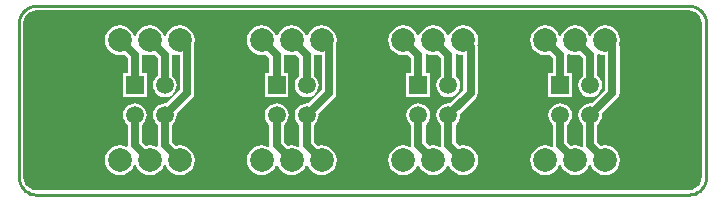
<source format=gtl>
G04*
G04 #@! TF.GenerationSoftware,Altium Limited,Altium Designer,20.1.8 (145)*
G04*
G04 Layer_Physical_Order=1*
G04 Layer_Color=255*
%FSLAX25Y25*%
%MOIN*%
G70*
G04*
G04 #@! TF.SameCoordinates,6776F504-3C08-431A-B1F5-C50581409E40*
G04*
G04*
G04 #@! TF.FilePolarity,Positive*
G04*
G01*
G75*
%ADD11C,0.01000*%
%ADD16C,0.02756*%
%ADD17C,0.07874*%
%ADD18C,0.05906*%
%ADD19R,0.05906X0.05906*%
G36*
X224365Y61330D02*
X225425Y60891D01*
X226335Y60193D01*
X227033Y59283D01*
X227472Y58224D01*
X227615Y57138D01*
X227605Y57087D01*
Y5906D01*
X227615Y5854D01*
X227472Y4769D01*
X227033Y3709D01*
X226335Y2799D01*
X225425Y2101D01*
X224365Y1662D01*
X223280Y1519D01*
X223228Y1529D01*
X5906D01*
X5854Y1519D01*
X4769Y1662D01*
X3709Y2101D01*
X2799Y2799D01*
X2101Y3709D01*
X1662Y4769D01*
X1519Y5854D01*
X1529Y5906D01*
Y57087D01*
X1519Y57138D01*
X1662Y58224D01*
X2101Y59283D01*
X2799Y60193D01*
X3709Y60891D01*
X4769Y61330D01*
X5854Y61473D01*
X5906Y61463D01*
X223228D01*
X223280Y61473D01*
X224365Y61330D01*
D02*
G37*
%LPC*%
G36*
X195433Y56480D02*
X194144Y56310D01*
X192943Y55813D01*
X191912Y55021D01*
X191121Y53990D01*
X190704Y52983D01*
X190162D01*
X189745Y53990D01*
X188954Y55021D01*
X187923Y55813D01*
X186722Y56310D01*
X185433Y56480D01*
X184144Y56310D01*
X182943Y55813D01*
X181912Y55021D01*
X181121Y53990D01*
X180704Y52983D01*
X180162D01*
X179745Y53990D01*
X178954Y55021D01*
X177923Y55813D01*
X176722Y56310D01*
X175433Y56480D01*
X174144Y56310D01*
X172943Y55813D01*
X171912Y55021D01*
X171121Y53990D01*
X170623Y52789D01*
X170453Y51500D01*
X170623Y50211D01*
X171121Y49010D01*
X171912Y47979D01*
X172943Y47188D01*
X174144Y46690D01*
X175433Y46520D01*
X176722Y46690D01*
X176787Y46717D01*
X178008Y45496D01*
Y40453D01*
X176480D01*
Y32547D01*
X184386D01*
Y40453D01*
X182858D01*
Y46500D01*
X182818Y46698D01*
X183256Y47058D01*
X184144Y46690D01*
X185433Y46520D01*
X186722Y46690D01*
X186787Y46717D01*
X188008Y45496D01*
Y39622D01*
X187614Y39319D01*
X186980Y38493D01*
X186582Y37532D01*
X186446Y36500D01*
X186582Y35468D01*
X186980Y34507D01*
X187614Y33681D01*
X188440Y33047D01*
X189401Y32649D01*
X190433Y32513D01*
X191465Y32649D01*
X192427Y33047D01*
X193252Y33681D01*
X193886Y34507D01*
X194284Y35468D01*
X194420Y36500D01*
X194284Y37532D01*
X193886Y38493D01*
X193252Y39319D01*
X192858Y39622D01*
Y46500D01*
X192818Y46698D01*
X193256Y47058D01*
X194144Y46690D01*
X195408Y46524D01*
Y34904D01*
X190926Y30422D01*
X190433Y30487D01*
X189401Y30351D01*
X188440Y29953D01*
X187614Y29319D01*
X186980Y28493D01*
X186582Y27532D01*
X186446Y26500D01*
X186582Y25468D01*
X186980Y24507D01*
X187614Y23681D01*
X188008Y23378D01*
Y16500D01*
X188048Y16302D01*
X187610Y15942D01*
X186722Y16310D01*
X185433Y16480D01*
X184144Y16310D01*
X184079Y16283D01*
X182858Y17504D01*
Y23378D01*
X183252Y23681D01*
X183886Y24507D01*
X184284Y25468D01*
X184420Y26500D01*
X184284Y27532D01*
X183886Y28493D01*
X183252Y29319D01*
X182427Y29953D01*
X181465Y30351D01*
X180433Y30487D01*
X179401Y30351D01*
X178440Y29953D01*
X177614Y29319D01*
X176980Y28493D01*
X176582Y27532D01*
X176446Y26500D01*
X176582Y25468D01*
X176980Y24507D01*
X177614Y23681D01*
X178008Y23378D01*
Y16500D01*
X178048Y16302D01*
X177610Y15942D01*
X176722Y16310D01*
X175433Y16480D01*
X174144Y16310D01*
X172943Y15812D01*
X171912Y15021D01*
X171121Y13990D01*
X170623Y12789D01*
X170453Y11500D01*
X170623Y10211D01*
X171121Y9010D01*
X171912Y7979D01*
X172943Y7187D01*
X174144Y6690D01*
X175433Y6520D01*
X176722Y6690D01*
X177923Y7187D01*
X178954Y7979D01*
X179745Y9010D01*
X180162Y10017D01*
X180704D01*
X181121Y9010D01*
X181912Y7979D01*
X182943Y7187D01*
X184144Y6690D01*
X185433Y6520D01*
X186722Y6690D01*
X187923Y7187D01*
X188954Y7979D01*
X189745Y9010D01*
X190162Y10017D01*
X190704D01*
X191121Y9010D01*
X191912Y7979D01*
X192943Y7187D01*
X194144Y6690D01*
X195433Y6520D01*
X196722Y6690D01*
X197923Y7187D01*
X198954Y7979D01*
X199746Y9010D01*
X200243Y10211D01*
X200413Y11500D01*
X200243Y12789D01*
X199746Y13990D01*
X198954Y15021D01*
X197923Y15812D01*
X196722Y16310D01*
X195433Y16480D01*
X194144Y16310D01*
X194079Y16283D01*
X192858Y17504D01*
Y23378D01*
X193252Y23681D01*
X193886Y24507D01*
X194284Y25468D01*
X194420Y26500D01*
X194355Y26993D01*
X199547Y32185D01*
X200073Y32972D01*
X200257Y33900D01*
Y49100D01*
X200103Y49874D01*
X200243Y50211D01*
X200413Y51500D01*
X200243Y52789D01*
X199746Y53990D01*
X198954Y55021D01*
X197923Y55813D01*
X196722Y56310D01*
X195433Y56480D01*
D02*
G37*
G36*
X100945D02*
X99656Y56310D01*
X98455Y55813D01*
X97424Y55021D01*
X96632Y53990D01*
X96215Y52983D01*
X95674D01*
X95257Y53990D01*
X94466Y55021D01*
X93435Y55813D01*
X92234Y56310D01*
X90945Y56480D01*
X89656Y56310D01*
X88455Y55813D01*
X87424Y55021D01*
X86632Y53990D01*
X86216Y52983D01*
X85674D01*
X85257Y53990D01*
X84466Y55021D01*
X83435Y55813D01*
X82234Y56310D01*
X80945Y56480D01*
X79656Y56310D01*
X78455Y55813D01*
X77424Y55021D01*
X76632Y53990D01*
X76135Y52789D01*
X75965Y51500D01*
X76135Y50211D01*
X76632Y49010D01*
X77424Y47979D01*
X78455Y47188D01*
X79656Y46690D01*
X80945Y46520D01*
X82234Y46690D01*
X82299Y46717D01*
X83520Y45496D01*
Y40453D01*
X81992D01*
Y32547D01*
X89898D01*
Y40453D01*
X88369D01*
Y46500D01*
X88330Y46698D01*
X88768Y47058D01*
X89656Y46690D01*
X90945Y46520D01*
X92234Y46690D01*
X92299Y46717D01*
X93520Y45496D01*
Y39622D01*
X93126Y39319D01*
X92492Y38493D01*
X92094Y37532D01*
X91958Y36500D01*
X92094Y35468D01*
X92492Y34507D01*
X93126Y33681D01*
X93951Y33047D01*
X94913Y32649D01*
X95945Y32513D01*
X96977Y32649D01*
X97938Y33047D01*
X98764Y33681D01*
X99398Y34507D01*
X99796Y35468D01*
X99932Y36500D01*
X99796Y37532D01*
X99398Y38493D01*
X98764Y39319D01*
X98369Y39622D01*
Y46500D01*
X98330Y46698D01*
X98768Y47058D01*
X99656Y46690D01*
X100920Y46524D01*
Y34904D01*
X96438Y30422D01*
X95945Y30487D01*
X94913Y30351D01*
X93951Y29953D01*
X93126Y29319D01*
X92492Y28493D01*
X92094Y27532D01*
X91958Y26500D01*
X92094Y25468D01*
X92492Y24507D01*
X93126Y23681D01*
X93520Y23378D01*
Y16500D01*
X93560Y16302D01*
X93121Y15942D01*
X92234Y16310D01*
X90945Y16480D01*
X89656Y16310D01*
X89591Y16283D01*
X88369Y17504D01*
Y23378D01*
X88764Y23681D01*
X89398Y24507D01*
X89796Y25468D01*
X89932Y26500D01*
X89796Y27532D01*
X89398Y28493D01*
X88764Y29319D01*
X87938Y29953D01*
X86977Y30351D01*
X85945Y30487D01*
X84913Y30351D01*
X83951Y29953D01*
X83126Y29319D01*
X82492Y28493D01*
X82094Y27532D01*
X81958Y26500D01*
X82094Y25468D01*
X82492Y24507D01*
X83126Y23681D01*
X83520Y23378D01*
Y16500D01*
X83560Y16302D01*
X83122Y15942D01*
X82234Y16310D01*
X80945Y16480D01*
X79656Y16310D01*
X78455Y15812D01*
X77424Y15021D01*
X76632Y13990D01*
X76135Y12789D01*
X75965Y11500D01*
X76135Y10211D01*
X76632Y9010D01*
X77424Y7979D01*
X78455Y7187D01*
X79656Y6690D01*
X80945Y6520D01*
X82234Y6690D01*
X83435Y7187D01*
X84466Y7979D01*
X85257Y9010D01*
X85674Y10017D01*
X86216D01*
X86632Y9010D01*
X87424Y7979D01*
X88455Y7187D01*
X89656Y6690D01*
X90945Y6520D01*
X92234Y6690D01*
X93435Y7187D01*
X94466Y7979D01*
X95257Y9010D01*
X95674Y10017D01*
X96215D01*
X96632Y9010D01*
X97424Y7979D01*
X98455Y7187D01*
X99656Y6690D01*
X100945Y6520D01*
X102234Y6690D01*
X103435Y7187D01*
X104466Y7979D01*
X105257Y9010D01*
X105755Y10211D01*
X105924Y11500D01*
X105755Y12789D01*
X105257Y13990D01*
X104466Y15021D01*
X103435Y15812D01*
X102234Y16310D01*
X100945Y16480D01*
X99656Y16310D01*
X99591Y16283D01*
X98369Y17504D01*
Y23378D01*
X98764Y23681D01*
X99398Y24507D01*
X99796Y25468D01*
X99932Y26500D01*
X99867Y26993D01*
X105059Y32185D01*
X105585Y32972D01*
X105769Y33900D01*
Y49100D01*
X105615Y49874D01*
X105755Y50211D01*
X105924Y51500D01*
X105755Y52789D01*
X105257Y53990D01*
X104466Y55021D01*
X103435Y55813D01*
X102234Y56310D01*
X100945Y56480D01*
D02*
G37*
G36*
X148189D02*
X146900Y56310D01*
X145699Y55813D01*
X144668Y55021D01*
X143877Y53990D01*
X143460Y52983D01*
X142918D01*
X142501Y53990D01*
X141710Y55021D01*
X140679Y55813D01*
X139478Y56310D01*
X138189Y56480D01*
X136900Y56310D01*
X135699Y55813D01*
X134668Y55021D01*
X133877Y53990D01*
X133460Y52983D01*
X132918D01*
X132501Y53990D01*
X131710Y55021D01*
X130679Y55813D01*
X129478Y56310D01*
X128189Y56480D01*
X126900Y56310D01*
X125699Y55813D01*
X124668Y55021D01*
X123877Y53990D01*
X123379Y52789D01*
X123209Y51500D01*
X123379Y50211D01*
X123877Y49010D01*
X124668Y47979D01*
X125699Y47188D01*
X126900Y46690D01*
X128189Y46520D01*
X129478Y46690D01*
X129543Y46717D01*
X130764Y45496D01*
Y40453D01*
X129236D01*
Y32547D01*
X137142D01*
Y40453D01*
X135614D01*
Y46500D01*
X135574Y46698D01*
X136012Y47058D01*
X136900Y46690D01*
X138189Y46520D01*
X139478Y46690D01*
X139543Y46717D01*
X140764Y45496D01*
Y39622D01*
X140370Y39319D01*
X139736Y38493D01*
X139338Y37532D01*
X139202Y36500D01*
X139338Y35468D01*
X139736Y34507D01*
X140370Y33681D01*
X141195Y33047D01*
X142157Y32649D01*
X143189Y32513D01*
X144221Y32649D01*
X145182Y33047D01*
X146008Y33681D01*
X146642Y34507D01*
X147040Y35468D01*
X147176Y36500D01*
X147040Y37532D01*
X146642Y38493D01*
X146008Y39319D01*
X145614Y39622D01*
Y46500D01*
X145574Y46698D01*
X146012Y47058D01*
X146900Y46690D01*
X148164Y46524D01*
Y34904D01*
X143682Y30422D01*
X143189Y30487D01*
X142157Y30351D01*
X141195Y29953D01*
X140370Y29319D01*
X139736Y28493D01*
X139338Y27532D01*
X139202Y26500D01*
X139338Y25468D01*
X139736Y24507D01*
X140370Y23681D01*
X140764Y23378D01*
Y16500D01*
X140804Y16302D01*
X140366Y15942D01*
X139478Y16310D01*
X138189Y16480D01*
X136900Y16310D01*
X136835Y16283D01*
X135614Y17504D01*
Y23378D01*
X136008Y23681D01*
X136642Y24507D01*
X137040Y25468D01*
X137176Y26500D01*
X137040Y27532D01*
X136642Y28493D01*
X136008Y29319D01*
X135182Y29953D01*
X134221Y30351D01*
X133189Y30487D01*
X132157Y30351D01*
X131195Y29953D01*
X130370Y29319D01*
X129736Y28493D01*
X129338Y27532D01*
X129202Y26500D01*
X129338Y25468D01*
X129736Y24507D01*
X130370Y23681D01*
X130764Y23378D01*
Y16500D01*
X130804Y16302D01*
X130366Y15942D01*
X129478Y16310D01*
X128189Y16480D01*
X126900Y16310D01*
X125699Y15812D01*
X124668Y15021D01*
X123877Y13990D01*
X123379Y12789D01*
X123209Y11500D01*
X123379Y10211D01*
X123877Y9010D01*
X124668Y7979D01*
X125699Y7187D01*
X126900Y6690D01*
X128189Y6520D01*
X129478Y6690D01*
X130679Y7187D01*
X131710Y7979D01*
X132501Y9010D01*
X132918Y10017D01*
X133460D01*
X133877Y9010D01*
X134668Y7979D01*
X135699Y7187D01*
X136900Y6690D01*
X138189Y6520D01*
X139478Y6690D01*
X140679Y7187D01*
X141710Y7979D01*
X142501Y9010D01*
X142918Y10017D01*
X143460D01*
X143877Y9010D01*
X144668Y7979D01*
X145699Y7187D01*
X146900Y6690D01*
X148189Y6520D01*
X149478Y6690D01*
X150679Y7187D01*
X151710Y7979D01*
X152501Y9010D01*
X152999Y10211D01*
X153169Y11500D01*
X152999Y12789D01*
X152501Y13990D01*
X151710Y15021D01*
X150679Y15812D01*
X149478Y16310D01*
X148189Y16480D01*
X146900Y16310D01*
X146835Y16283D01*
X145614Y17504D01*
Y23378D01*
X146008Y23681D01*
X146642Y24507D01*
X147040Y25468D01*
X147176Y26500D01*
X147111Y26993D01*
X152303Y32185D01*
X152829Y32972D01*
X153013Y33900D01*
Y49100D01*
X152859Y49874D01*
X152999Y50211D01*
X153169Y51500D01*
X152999Y52789D01*
X152501Y53990D01*
X151710Y55021D01*
X150679Y55813D01*
X149478Y56310D01*
X148189Y56480D01*
D02*
G37*
G36*
X53701D02*
X52412Y56310D01*
X51211Y55813D01*
X50180Y55021D01*
X49388Y53990D01*
X48971Y52983D01*
X48430D01*
X48013Y53990D01*
X47222Y55021D01*
X46191Y55813D01*
X44990Y56310D01*
X43701Y56480D01*
X42412Y56310D01*
X41211Y55813D01*
X40180Y55021D01*
X39388Y53990D01*
X38971Y52983D01*
X38430D01*
X38013Y53990D01*
X37222Y55021D01*
X36191Y55813D01*
X34990Y56310D01*
X33701Y56480D01*
X32412Y56310D01*
X31211Y55813D01*
X30180Y55021D01*
X29388Y53990D01*
X28891Y52789D01*
X28721Y51500D01*
X28891Y50211D01*
X29388Y49010D01*
X30180Y47979D01*
X31211Y47188D01*
X32412Y46690D01*
X33701Y46520D01*
X34990Y46690D01*
X35055Y46717D01*
X36276Y45496D01*
Y40453D01*
X34748D01*
Y32547D01*
X42654D01*
Y40453D01*
X41125D01*
Y46500D01*
X41086Y46698D01*
X41524Y47058D01*
X42412Y46690D01*
X43701Y46520D01*
X44990Y46690D01*
X45055Y46717D01*
X46276Y45496D01*
Y39622D01*
X45882Y39319D01*
X45248Y38493D01*
X44850Y37532D01*
X44714Y36500D01*
X44850Y35468D01*
X45248Y34507D01*
X45882Y33681D01*
X46707Y33047D01*
X47669Y32649D01*
X48701Y32513D01*
X49733Y32649D01*
X50694Y33047D01*
X51520Y33681D01*
X52153Y34507D01*
X52552Y35468D01*
X52688Y36500D01*
X52552Y37532D01*
X52153Y38493D01*
X51520Y39319D01*
X51125Y39622D01*
Y46500D01*
X51086Y46698D01*
X51524Y47058D01*
X52412Y46690D01*
X53676Y46524D01*
Y34904D01*
X49194Y30422D01*
X48701Y30487D01*
X47669Y30351D01*
X46707Y29953D01*
X45882Y29319D01*
X45248Y28493D01*
X44850Y27532D01*
X44714Y26500D01*
X44850Y25468D01*
X45248Y24507D01*
X45882Y23681D01*
X46276Y23378D01*
Y16500D01*
X46316Y16302D01*
X45877Y15942D01*
X44990Y16310D01*
X43701Y16480D01*
X42412Y16310D01*
X42347Y16283D01*
X41125Y17504D01*
Y23378D01*
X41520Y23681D01*
X42153Y24507D01*
X42552Y25468D01*
X42688Y26500D01*
X42552Y27532D01*
X42153Y28493D01*
X41520Y29319D01*
X40694Y29953D01*
X39733Y30351D01*
X38701Y30487D01*
X37669Y30351D01*
X36707Y29953D01*
X35882Y29319D01*
X35248Y28493D01*
X34850Y27532D01*
X34714Y26500D01*
X34850Y25468D01*
X35248Y24507D01*
X35882Y23681D01*
X36276Y23378D01*
Y16500D01*
X36316Y16302D01*
X35877Y15942D01*
X34990Y16310D01*
X33701Y16480D01*
X32412Y16310D01*
X31211Y15812D01*
X30180Y15021D01*
X29388Y13990D01*
X28891Y12789D01*
X28721Y11500D01*
X28891Y10211D01*
X29388Y9010D01*
X30180Y7979D01*
X31211Y7187D01*
X32412Y6690D01*
X33701Y6520D01*
X34990Y6690D01*
X36191Y7187D01*
X37222Y7979D01*
X38013Y9010D01*
X38430Y10017D01*
X38971D01*
X39388Y9010D01*
X40180Y7979D01*
X41211Y7187D01*
X42412Y6690D01*
X43701Y6520D01*
X44990Y6690D01*
X46191Y7187D01*
X47222Y7979D01*
X48013Y9010D01*
X48430Y10017D01*
X48971D01*
X49388Y9010D01*
X50180Y7979D01*
X51211Y7187D01*
X52412Y6690D01*
X53701Y6520D01*
X54990Y6690D01*
X56191Y7187D01*
X57222Y7979D01*
X58013Y9010D01*
X58511Y10211D01*
X58680Y11500D01*
X58511Y12789D01*
X58013Y13990D01*
X57222Y15021D01*
X56191Y15812D01*
X54990Y16310D01*
X53701Y16480D01*
X52412Y16310D01*
X52347Y16283D01*
X51125Y17504D01*
Y23378D01*
X51520Y23681D01*
X52153Y24507D01*
X52552Y25468D01*
X52688Y26500D01*
X52623Y26993D01*
X57815Y32185D01*
X58340Y32972D01*
X58525Y33900D01*
Y49100D01*
X58371Y49874D01*
X58511Y50211D01*
X58680Y51500D01*
X58511Y52789D01*
X58013Y53990D01*
X57222Y55021D01*
X56191Y55813D01*
X54990Y56310D01*
X53701Y56480D01*
D02*
G37*
%LPD*%
D11*
X5906Y62992D02*
X4880Y62902D01*
X3886Y62636D01*
X2953Y62201D01*
X2110Y61611D01*
X1382Y60883D01*
X791Y60039D01*
X356Y59106D01*
X90Y58112D01*
X0Y57087D01*
Y5906D02*
X90Y4880D01*
X356Y3886D01*
X791Y2953D01*
X1382Y2110D01*
X2110Y1382D01*
X2953Y791D01*
X3886Y356D01*
X4880Y90D01*
X5906Y0D01*
X223228D02*
X224254Y90D01*
X225248Y356D01*
X226181Y791D01*
X227024Y1382D01*
X227752Y2110D01*
X228343Y2953D01*
X228778Y3886D01*
X229044Y4880D01*
X229134Y5906D01*
Y57087D02*
X229044Y58112D01*
X228778Y59106D01*
X228343Y60039D01*
X227752Y60883D01*
X227024Y61611D01*
X226181Y62201D01*
X225248Y62636D01*
X224254Y62902D01*
X223228Y62992D01*
X5906Y0D02*
X223228D01*
X229134Y5906D02*
Y57087D01*
X5906Y62992D02*
X223228D01*
X0Y5906D02*
Y57087D01*
X189494Y35561D02*
X190433Y36500D01*
D16*
X195433Y51500D02*
X197833Y49100D01*
Y33900D02*
Y49100D01*
X190433Y26500D02*
X197833Y33900D01*
X190433Y16500D02*
Y26500D01*
Y16500D02*
X195433Y11500D01*
X180433Y16500D02*
Y26500D01*
Y16500D02*
X185433Y11500D01*
X180433Y36500D02*
Y46500D01*
X175433Y51500D02*
X180433Y46500D01*
X185433Y51500D02*
X190433Y46500D01*
Y36500D02*
Y46500D01*
X148189Y51500D02*
X150589Y49100D01*
Y33900D02*
Y49100D01*
X143189Y26500D02*
X150589Y33900D01*
X143189Y16500D02*
Y26500D01*
Y16500D02*
X148189Y11500D01*
X133189Y16500D02*
Y26500D01*
Y16500D02*
X138189Y11500D01*
X133189Y36500D02*
Y46500D01*
X128189Y51500D02*
X133189Y46500D01*
X138189Y51500D02*
X143189Y46500D01*
Y36500D02*
Y46500D01*
X100945Y51500D02*
X103345Y49100D01*
Y33900D02*
Y49100D01*
X95945Y26500D02*
X103345Y33900D01*
X95945Y16500D02*
Y26500D01*
Y16500D02*
X100945Y11500D01*
X85945Y16500D02*
Y26500D01*
Y16500D02*
X90945Y11500D01*
X85945Y36500D02*
Y46500D01*
X80945Y51500D02*
X85945Y46500D01*
X90945Y51500D02*
X95945Y46500D01*
Y36500D02*
Y46500D01*
X48701Y36500D02*
Y46500D01*
X43701Y51500D02*
X48701Y46500D01*
X33701Y51500D02*
X38701Y46500D01*
Y36500D02*
Y46500D01*
Y16500D02*
X43701Y11500D01*
X38701Y16500D02*
Y26500D01*
X48701Y16500D02*
X53701Y11500D01*
X48701Y16500D02*
Y26500D01*
X56100Y33900D01*
Y49100D01*
X53701Y51500D02*
X56100Y49100D01*
D17*
X90945Y51500D02*
D03*
Y11500D02*
D03*
X100945D02*
D03*
X80945D02*
D03*
Y51500D02*
D03*
X100945D02*
D03*
X138189D02*
D03*
Y11500D02*
D03*
X148189D02*
D03*
X128189D02*
D03*
Y51500D02*
D03*
X148189D02*
D03*
X43701D02*
D03*
Y11500D02*
D03*
X53701D02*
D03*
X33701D02*
D03*
Y51500D02*
D03*
X53701D02*
D03*
X185433D02*
D03*
Y11500D02*
D03*
X195433D02*
D03*
X175433D02*
D03*
Y51500D02*
D03*
X195433D02*
D03*
D18*
X48701Y26500D02*
D03*
X38701D02*
D03*
X48701Y36500D02*
D03*
X95945Y26500D02*
D03*
X85945D02*
D03*
X95945Y36500D02*
D03*
X143189Y26500D02*
D03*
X133189D02*
D03*
X143189Y36500D02*
D03*
X190433Y26500D02*
D03*
X180433D02*
D03*
X190433Y36500D02*
D03*
D19*
X38701D02*
D03*
X85945D02*
D03*
X133189D02*
D03*
X180433D02*
D03*
M02*

</source>
